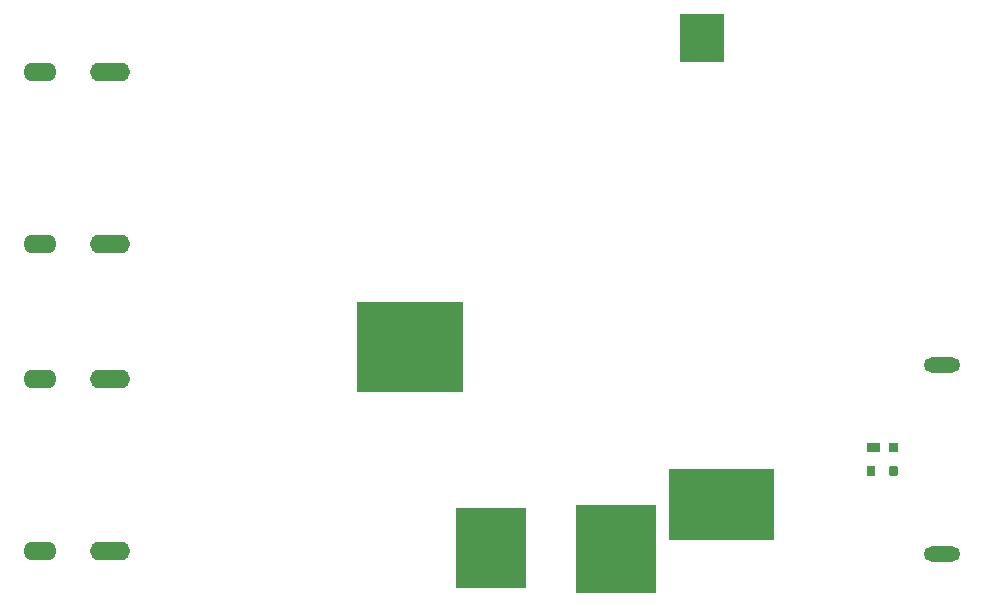
<source format=gbs>
G04 Layer: BottomSolderMaskLayer*
G04 EasyEDA Pro v1.8.39, 2022-11-10 11:17:13*
G04 Gerber Generator version 0.3*
G04 Scale: 100 percent, Rotated: No, Reflected: No*
G04 Dimensions in millimeters*
G04 Leading zeros omitted, absolute positions, 3 integers and 3 decimals*
%FSLAX33Y33*%
%MOMM*%
%ADD10C,0.00508*%
%ADD11O,2.80162X1.60274*%
%ADD12O,3.40106X1.60274*%
%ADD13O,3.099765X1.298905*%
G75*


G04 Rect Start*
G36*
G01X30084Y27338D02*
G01X30084Y19728D01*
G01X38917D01*
G01Y27338D01*
G01X30084D01*
G37*
G54D10*
G01X30084Y27338D02*
G01X30084Y19728D01*
G01X38917D01*
G01Y27338D01*
G01X30084D01*
G36*
G01X48575Y10076D02*
G01X48575Y2786D01*
G01X55332D01*
G01Y10076D01*
G01X48575D01*
G37*
G01X48575Y10076D02*
G01X48575Y2786D01*
G01X55332D01*
G01Y10076D01*
G01X48575D01*
G36*
G01X56475Y13123D02*
G01X56475Y7205D01*
G01X65263D01*
G01Y13123D01*
G01X56475D01*
G37*
G01X56475Y13123D02*
G01X56475Y7205D01*
G01X65263D01*
G01Y13123D01*
G01X56475D01*
G36*
G01X38451Y9873D02*
G01X38451Y3197D01*
G01X44256D01*
G01Y9873D01*
G01X38451D01*
G37*
G01X38451Y9873D02*
G01X38451Y3197D01*
G01X44256D01*
G01Y9873D01*
G01X38451D01*
G36*
G01X57430Y51645D02*
G01X57430Y47736D01*
G01X61058D01*
G01Y51645D01*
G01X57430D01*
G37*
G01X57430Y51645D02*
G01X57430Y47736D01*
G01X61058D01*
G01Y51645D01*
G01X57430D01*
G04 Rect End*

G04 Pad Start*
G54D11*
G01X3221Y6251D03*
G01X3221Y20749D03*
G54D12*
G01X9183Y6251D03*
G01X9183Y20749D03*
G54D11*
G01X3221Y32251D03*
G01X3221Y46749D03*
G54D12*
G01X9183Y32251D03*
G01X9183Y46749D03*
G36*
G01X73237Y15345D02*
G01X73237Y14645D01*
G03X73288Y14595I51J0D01*
G01X74288D01*
G03X74338Y14645I0J51D01*
G01Y15345D01*
G03X74288Y15396I-51J0D01*
G01X73288D01*
G03X73237Y15345I0J-51D01*
G37*
G36*
G01X75137Y15345D02*
G01X75137Y14645D01*
G03X75188Y14595I51J0D01*
G01X75788D01*
G03X75838Y14645I0J51D01*
G01Y15345D01*
G03X75788Y15396I-51J0D01*
G01X75188D01*
G03X75137Y15345I0J-51D01*
G37*
G36*
G01X75137Y13345D02*
G01X75137Y12645D01*
G03X75188Y12595I51J0D01*
G01X75788D01*
G03X75838Y12645I0J51D01*
G01Y13345D01*
G03X75788Y13396I-51J0D01*
G01X75188D01*
G03X75137Y13345I0J-51D01*
G37*
G36*
G01X73237Y13345D02*
G01X73237Y12645D01*
G03X73288Y12595I51J0D01*
G01X73888D01*
G03X73938Y12645I0J51D01*
G01Y13345D01*
G03X73888Y13396I-51J0D01*
G01X73288D01*
G03X73237Y13345I0J-51D01*
G37*
G54D13*
G01X79603Y5969D03*
G01X79603Y21971D03*
G04 Pad End*

M02*

</source>
